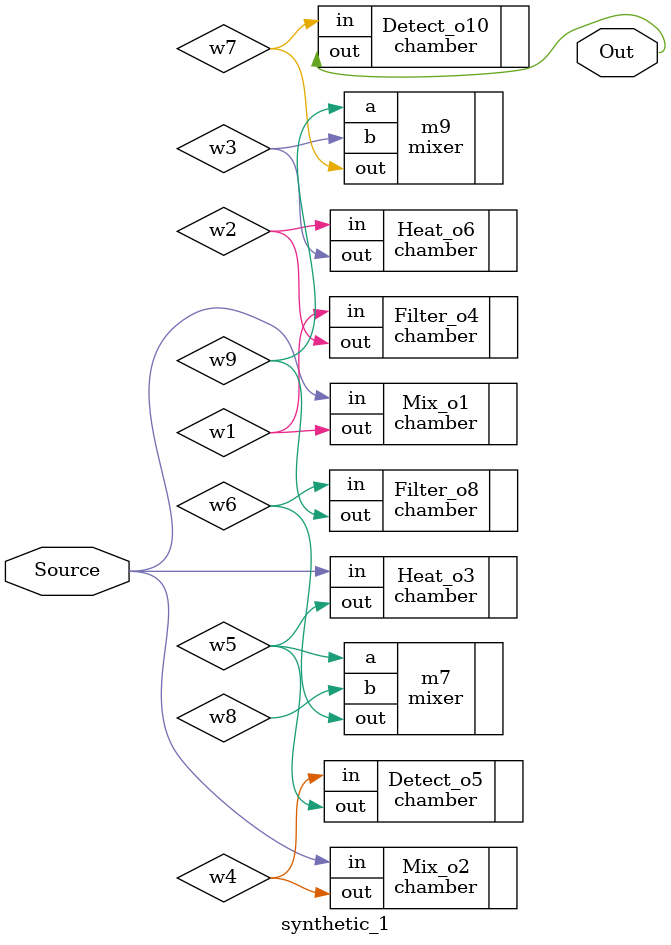
<source format=v>
module synthetic_1(
input Source,
output Out
);
wire w1,w2,w3,w4,w5,w6,w7,w8,w9;
chamber Mix_o1(.in(Source), .out(w1));
chamber Filter_o4(.in(w1), .out(w2));
chamber Heat_o6(.in(w2), .out(w3));

chamber Mix_o2(.in(Source), .out(w4));
chamber Detect_o5(.in(w4), .out(w5));

chamber Heat_o3(.in(Source), .out(w5));

mixer m7(.a(w5), .b(w8), .out(w6));
chamber Filter_o8(.in(w6), .out(w9));

mixer m9(.a(w9), .b(w3), .out(w7));

chamber Detect_o10(.in(w7), .out(Out));

endmodule

</source>
